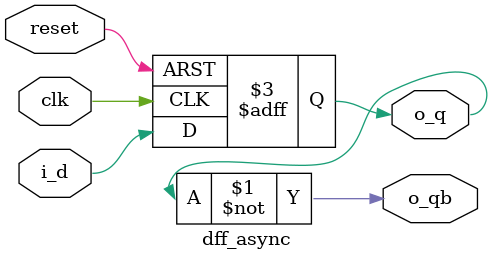
<source format=v>
module dff_async (
                 i_d    ,  //input
                 clk    ,  //clock
                 reset  ,  //reset
                 o_q    ,  //output
                 o_qb      //output complement
                 )      ;

//port declaration
input i_d, clk, reset   ;
output o_q, o_qb        ; 
reg o_q                 ;

assign o_qb = ~o_q            ;              //assigning qb to be complement of q

always @ (posedge clk or posedge reset)      //sensitivity list as positive edge of clock or reset
   begin
      if (reset)                            //if reset is 1 then assigning q to be 0
         o_q <= 1'b0          ;
      else                                   //else assign q to the input
         o_q <= i_d           ;    
   end

endmodule                                    //end of d flip-flop 

</source>
